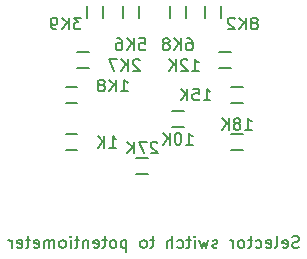
<source format=gbr>
%TF.GenerationSoftware,KiCad,Pcbnew,5.1.10*%
%TF.CreationDate,2022-02-19T21:26:53-05:00*%
%TF.ProjectId,selector_switch,73656c65-6374-46f7-925f-737769746368,rev?*%
%TF.SameCoordinates,Original*%
%TF.FileFunction,Legend,Bot*%
%TF.FilePolarity,Positive*%
%FSLAX46Y46*%
G04 Gerber Fmt 4.6, Leading zero omitted, Abs format (unit mm)*
G04 Created by KiCad (PCBNEW 5.1.10) date 2022-02-19 21:26:53*
%MOMM*%
%LPD*%
G01*
G04 APERTURE LIST*
%ADD10C,0.150000*%
G04 APERTURE END LIST*
D10*
X167261904Y-82904761D02*
X167119047Y-82952380D01*
X166880952Y-82952380D01*
X166785714Y-82904761D01*
X166738095Y-82857142D01*
X166690476Y-82761904D01*
X166690476Y-82666666D01*
X166738095Y-82571428D01*
X166785714Y-82523809D01*
X166880952Y-82476190D01*
X167071428Y-82428571D01*
X167166666Y-82380952D01*
X167214285Y-82333333D01*
X167261904Y-82238095D01*
X167261904Y-82142857D01*
X167214285Y-82047619D01*
X167166666Y-82000000D01*
X167071428Y-81952380D01*
X166833333Y-81952380D01*
X166690476Y-82000000D01*
X165880952Y-82904761D02*
X165976190Y-82952380D01*
X166166666Y-82952380D01*
X166261904Y-82904761D01*
X166309523Y-82809523D01*
X166309523Y-82428571D01*
X166261904Y-82333333D01*
X166166666Y-82285714D01*
X165976190Y-82285714D01*
X165880952Y-82333333D01*
X165833333Y-82428571D01*
X165833333Y-82523809D01*
X166309523Y-82619047D01*
X165261904Y-82952380D02*
X165357142Y-82904761D01*
X165404761Y-82809523D01*
X165404761Y-81952380D01*
X164500000Y-82904761D02*
X164595238Y-82952380D01*
X164785714Y-82952380D01*
X164880952Y-82904761D01*
X164928571Y-82809523D01*
X164928571Y-82428571D01*
X164880952Y-82333333D01*
X164785714Y-82285714D01*
X164595238Y-82285714D01*
X164500000Y-82333333D01*
X164452380Y-82428571D01*
X164452380Y-82523809D01*
X164928571Y-82619047D01*
X163595238Y-82904761D02*
X163690476Y-82952380D01*
X163880952Y-82952380D01*
X163976190Y-82904761D01*
X164023809Y-82857142D01*
X164071428Y-82761904D01*
X164071428Y-82476190D01*
X164023809Y-82380952D01*
X163976190Y-82333333D01*
X163880952Y-82285714D01*
X163690476Y-82285714D01*
X163595238Y-82333333D01*
X163309523Y-82285714D02*
X162928571Y-82285714D01*
X163166666Y-81952380D02*
X163166666Y-82809523D01*
X163119047Y-82904761D01*
X163023809Y-82952380D01*
X162928571Y-82952380D01*
X162452380Y-82952380D02*
X162547619Y-82904761D01*
X162595238Y-82857142D01*
X162642857Y-82761904D01*
X162642857Y-82476190D01*
X162595238Y-82380952D01*
X162547619Y-82333333D01*
X162452380Y-82285714D01*
X162309523Y-82285714D01*
X162214285Y-82333333D01*
X162166666Y-82380952D01*
X162119047Y-82476190D01*
X162119047Y-82761904D01*
X162166666Y-82857142D01*
X162214285Y-82904761D01*
X162309523Y-82952380D01*
X162452380Y-82952380D01*
X161690476Y-82952380D02*
X161690476Y-82285714D01*
X161690476Y-82476190D02*
X161642857Y-82380952D01*
X161595238Y-82333333D01*
X161500000Y-82285714D01*
X161404761Y-82285714D01*
X160357142Y-82904761D02*
X160261904Y-82952380D01*
X160071428Y-82952380D01*
X159976190Y-82904761D01*
X159928571Y-82809523D01*
X159928571Y-82761904D01*
X159976190Y-82666666D01*
X160071428Y-82619047D01*
X160214285Y-82619047D01*
X160309523Y-82571428D01*
X160357142Y-82476190D01*
X160357142Y-82428571D01*
X160309523Y-82333333D01*
X160214285Y-82285714D01*
X160071428Y-82285714D01*
X159976190Y-82333333D01*
X159595238Y-82285714D02*
X159404761Y-82952380D01*
X159214285Y-82476190D01*
X159023809Y-82952380D01*
X158833333Y-82285714D01*
X158452380Y-82952380D02*
X158452380Y-82285714D01*
X158452380Y-81952380D02*
X158500000Y-82000000D01*
X158452380Y-82047619D01*
X158404761Y-82000000D01*
X158452380Y-81952380D01*
X158452380Y-82047619D01*
X158119047Y-82285714D02*
X157738095Y-82285714D01*
X157976190Y-81952380D02*
X157976190Y-82809523D01*
X157928571Y-82904761D01*
X157833333Y-82952380D01*
X157738095Y-82952380D01*
X156976190Y-82904761D02*
X157071428Y-82952380D01*
X157261904Y-82952380D01*
X157357142Y-82904761D01*
X157404761Y-82857142D01*
X157452380Y-82761904D01*
X157452380Y-82476190D01*
X157404761Y-82380952D01*
X157357142Y-82333333D01*
X157261904Y-82285714D01*
X157071428Y-82285714D01*
X156976190Y-82333333D01*
X156547619Y-82952380D02*
X156547619Y-81952380D01*
X156119047Y-82952380D02*
X156119047Y-82428571D01*
X156166666Y-82333333D01*
X156261904Y-82285714D01*
X156404761Y-82285714D01*
X156500000Y-82333333D01*
X156547619Y-82380952D01*
X155023809Y-82285714D02*
X154642857Y-82285714D01*
X154880952Y-81952380D02*
X154880952Y-82809523D01*
X154833333Y-82904761D01*
X154738095Y-82952380D01*
X154642857Y-82952380D01*
X154166666Y-82952380D02*
X154261904Y-82904761D01*
X154309523Y-82857142D01*
X154357142Y-82761904D01*
X154357142Y-82476190D01*
X154309523Y-82380952D01*
X154261904Y-82333333D01*
X154166666Y-82285714D01*
X154023809Y-82285714D01*
X153928571Y-82333333D01*
X153880952Y-82380952D01*
X153833333Y-82476190D01*
X153833333Y-82761904D01*
X153880952Y-82857142D01*
X153928571Y-82904761D01*
X154023809Y-82952380D01*
X154166666Y-82952380D01*
X152642857Y-82285714D02*
X152642857Y-83285714D01*
X152642857Y-82333333D02*
X152547619Y-82285714D01*
X152357142Y-82285714D01*
X152261904Y-82333333D01*
X152214285Y-82380952D01*
X152166666Y-82476190D01*
X152166666Y-82761904D01*
X152214285Y-82857142D01*
X152261904Y-82904761D01*
X152357142Y-82952380D01*
X152547619Y-82952380D01*
X152642857Y-82904761D01*
X151595238Y-82952380D02*
X151690476Y-82904761D01*
X151738095Y-82857142D01*
X151785714Y-82761904D01*
X151785714Y-82476190D01*
X151738095Y-82380952D01*
X151690476Y-82333333D01*
X151595238Y-82285714D01*
X151452380Y-82285714D01*
X151357142Y-82333333D01*
X151309523Y-82380952D01*
X151261904Y-82476190D01*
X151261904Y-82761904D01*
X151309523Y-82857142D01*
X151357142Y-82904761D01*
X151452380Y-82952380D01*
X151595238Y-82952380D01*
X150976190Y-82285714D02*
X150595238Y-82285714D01*
X150833333Y-81952380D02*
X150833333Y-82809523D01*
X150785714Y-82904761D01*
X150690476Y-82952380D01*
X150595238Y-82952380D01*
X149880952Y-82904761D02*
X149976190Y-82952380D01*
X150166666Y-82952380D01*
X150261904Y-82904761D01*
X150309523Y-82809523D01*
X150309523Y-82428571D01*
X150261904Y-82333333D01*
X150166666Y-82285714D01*
X149976190Y-82285714D01*
X149880952Y-82333333D01*
X149833333Y-82428571D01*
X149833333Y-82523809D01*
X150309523Y-82619047D01*
X149404761Y-82285714D02*
X149404761Y-82952380D01*
X149404761Y-82380952D02*
X149357142Y-82333333D01*
X149261904Y-82285714D01*
X149119047Y-82285714D01*
X149023809Y-82333333D01*
X148976190Y-82428571D01*
X148976190Y-82952380D01*
X148642857Y-82285714D02*
X148261904Y-82285714D01*
X148500000Y-81952380D02*
X148500000Y-82809523D01*
X148452380Y-82904761D01*
X148357142Y-82952380D01*
X148261904Y-82952380D01*
X147928571Y-82952380D02*
X147928571Y-82285714D01*
X147928571Y-81952380D02*
X147976190Y-82000000D01*
X147928571Y-82047619D01*
X147880952Y-82000000D01*
X147928571Y-81952380D01*
X147928571Y-82047619D01*
X147309523Y-82952380D02*
X147404761Y-82904761D01*
X147452380Y-82857142D01*
X147500000Y-82761904D01*
X147500000Y-82476190D01*
X147452380Y-82380952D01*
X147404761Y-82333333D01*
X147309523Y-82285714D01*
X147166666Y-82285714D01*
X147071428Y-82333333D01*
X147023809Y-82380952D01*
X146976190Y-82476190D01*
X146976190Y-82761904D01*
X147023809Y-82857142D01*
X147071428Y-82904761D01*
X147166666Y-82952380D01*
X147309523Y-82952380D01*
X146547619Y-82952380D02*
X146547619Y-82285714D01*
X146547619Y-82380952D02*
X146500000Y-82333333D01*
X146404761Y-82285714D01*
X146261904Y-82285714D01*
X146166666Y-82333333D01*
X146119047Y-82428571D01*
X146119047Y-82952380D01*
X146119047Y-82428571D02*
X146071428Y-82333333D01*
X145976190Y-82285714D01*
X145833333Y-82285714D01*
X145738095Y-82333333D01*
X145690476Y-82428571D01*
X145690476Y-82952380D01*
X144833333Y-82904761D02*
X144928571Y-82952380D01*
X145119047Y-82952380D01*
X145214285Y-82904761D01*
X145261904Y-82809523D01*
X145261904Y-82428571D01*
X145214285Y-82333333D01*
X145119047Y-82285714D01*
X144928571Y-82285714D01*
X144833333Y-82333333D01*
X144785714Y-82428571D01*
X144785714Y-82523809D01*
X145261904Y-82619047D01*
X144500000Y-82285714D02*
X144119047Y-82285714D01*
X144357142Y-81952380D02*
X144357142Y-82809523D01*
X144309523Y-82904761D01*
X144214285Y-82952380D01*
X144119047Y-82952380D01*
X143404761Y-82904761D02*
X143500000Y-82952380D01*
X143690476Y-82952380D01*
X143785714Y-82904761D01*
X143833333Y-82809523D01*
X143833333Y-82428571D01*
X143785714Y-82333333D01*
X143690476Y-82285714D01*
X143500000Y-82285714D01*
X143404761Y-82333333D01*
X143357142Y-82428571D01*
X143357142Y-82523809D01*
X143833333Y-82619047D01*
X142928571Y-82952380D02*
X142928571Y-82285714D01*
X142928571Y-82476190D02*
X142880952Y-82380952D01*
X142833333Y-82333333D01*
X142738095Y-82285714D01*
X142642857Y-82285714D01*
%TO.C,R12*%
X153500000Y-76675000D02*
X154500000Y-76675000D01*
X154500000Y-75325000D02*
X153500000Y-75325000D01*
%TO.C,R11*%
X161500000Y-74675000D02*
X162500000Y-74675000D01*
X162500000Y-73325000D02*
X161500000Y-73325000D01*
%TO.C,R10*%
X161500000Y-70675000D02*
X162500000Y-70675000D01*
X162500000Y-69325000D02*
X161500000Y-69325000D01*
%TO.C,R9*%
X160500000Y-67675000D02*
X161500000Y-67675000D01*
X161500000Y-66325000D02*
X160500000Y-66325000D01*
%TO.C,R8*%
X160675000Y-63500000D02*
X160675000Y-62500000D01*
X159325000Y-62500000D02*
X159325000Y-63500000D01*
%TO.C,R7*%
X157675000Y-63500000D02*
X157675000Y-62500000D01*
X156325000Y-62500000D02*
X156325000Y-63500000D01*
%TO.C,R6*%
X153675000Y-63500000D02*
X153675000Y-62500000D01*
X152325000Y-62500000D02*
X152325000Y-63500000D01*
%TO.C,R5*%
X150675000Y-63500000D02*
X150675000Y-62500000D01*
X149325000Y-62500000D02*
X149325000Y-63500000D01*
%TO.C,R4*%
X149500000Y-66325000D02*
X148500000Y-66325000D01*
X148500000Y-67675000D02*
X149500000Y-67675000D01*
%TO.C,R3*%
X148500000Y-69325000D02*
X147500000Y-69325000D01*
X147500000Y-70675000D02*
X148500000Y-70675000D01*
%TO.C,R2*%
X148500000Y-73325000D02*
X147500000Y-73325000D01*
X147500000Y-74675000D02*
X148500000Y-74675000D01*
%TO.C,R1*%
X157500000Y-71325000D02*
X156500000Y-71325000D01*
X156500000Y-72675000D02*
X157500000Y-72675000D01*
%TO.C,R12*%
X155261904Y-74047619D02*
X155214285Y-74000000D01*
X155119047Y-73952380D01*
X154880952Y-73952380D01*
X154785714Y-74000000D01*
X154738095Y-74047619D01*
X154690476Y-74142857D01*
X154690476Y-74238095D01*
X154738095Y-74380952D01*
X155309523Y-74952380D01*
X154690476Y-74952380D01*
X154357142Y-73952380D02*
X153690476Y-73952380D01*
X154119047Y-74952380D01*
X153309523Y-74952380D02*
X153309523Y-73952380D01*
X152738095Y-74952380D02*
X153166666Y-74380952D01*
X152738095Y-73952380D02*
X153309523Y-74523809D01*
%TO.C,R11*%
X162690476Y-72952380D02*
X163261904Y-72952380D01*
X162976190Y-72952380D02*
X162976190Y-71952380D01*
X163071428Y-72095238D01*
X163166666Y-72190476D01*
X163261904Y-72238095D01*
X162119047Y-72380952D02*
X162214285Y-72333333D01*
X162261904Y-72285714D01*
X162309523Y-72190476D01*
X162309523Y-72142857D01*
X162261904Y-72047619D01*
X162214285Y-72000000D01*
X162119047Y-71952380D01*
X161928571Y-71952380D01*
X161833333Y-72000000D01*
X161785714Y-72047619D01*
X161738095Y-72142857D01*
X161738095Y-72190476D01*
X161785714Y-72285714D01*
X161833333Y-72333333D01*
X161928571Y-72380952D01*
X162119047Y-72380952D01*
X162214285Y-72428571D01*
X162261904Y-72476190D01*
X162309523Y-72571428D01*
X162309523Y-72761904D01*
X162261904Y-72857142D01*
X162214285Y-72904761D01*
X162119047Y-72952380D01*
X161928571Y-72952380D01*
X161833333Y-72904761D01*
X161785714Y-72857142D01*
X161738095Y-72761904D01*
X161738095Y-72571428D01*
X161785714Y-72476190D01*
X161833333Y-72428571D01*
X161928571Y-72380952D01*
X161309523Y-72952380D02*
X161309523Y-71952380D01*
X160738095Y-72952380D02*
X161166666Y-72380952D01*
X160738095Y-71952380D02*
X161309523Y-72523809D01*
%TO.C,R10*%
X159190476Y-70452380D02*
X159761904Y-70452380D01*
X159476190Y-70452380D02*
X159476190Y-69452380D01*
X159571428Y-69595238D01*
X159666666Y-69690476D01*
X159761904Y-69738095D01*
X158285714Y-69452380D02*
X158761904Y-69452380D01*
X158809523Y-69928571D01*
X158761904Y-69880952D01*
X158666666Y-69833333D01*
X158428571Y-69833333D01*
X158333333Y-69880952D01*
X158285714Y-69928571D01*
X158238095Y-70023809D01*
X158238095Y-70261904D01*
X158285714Y-70357142D01*
X158333333Y-70404761D01*
X158428571Y-70452380D01*
X158666666Y-70452380D01*
X158761904Y-70404761D01*
X158809523Y-70357142D01*
X157809523Y-70452380D02*
X157809523Y-69452380D01*
X157238095Y-70452380D02*
X157666666Y-69880952D01*
X157238095Y-69452380D02*
X157809523Y-70023809D01*
%TO.C,R9*%
X158190476Y-67952380D02*
X158761904Y-67952380D01*
X158476190Y-67952380D02*
X158476190Y-66952380D01*
X158571428Y-67095238D01*
X158666666Y-67190476D01*
X158761904Y-67238095D01*
X157809523Y-67047619D02*
X157761904Y-67000000D01*
X157666666Y-66952380D01*
X157428571Y-66952380D01*
X157333333Y-67000000D01*
X157285714Y-67047619D01*
X157238095Y-67142857D01*
X157238095Y-67238095D01*
X157285714Y-67380952D01*
X157857142Y-67952380D01*
X157238095Y-67952380D01*
X156809523Y-67952380D02*
X156809523Y-66952380D01*
X156238095Y-67952380D02*
X156666666Y-67380952D01*
X156238095Y-66952380D02*
X156809523Y-67523809D01*
%TO.C,R8*%
X163571428Y-63880952D02*
X163666666Y-63833333D01*
X163714285Y-63785714D01*
X163761904Y-63690476D01*
X163761904Y-63642857D01*
X163714285Y-63547619D01*
X163666666Y-63500000D01*
X163571428Y-63452380D01*
X163380952Y-63452380D01*
X163285714Y-63500000D01*
X163238095Y-63547619D01*
X163190476Y-63642857D01*
X163190476Y-63690476D01*
X163238095Y-63785714D01*
X163285714Y-63833333D01*
X163380952Y-63880952D01*
X163571428Y-63880952D01*
X163666666Y-63928571D01*
X163714285Y-63976190D01*
X163761904Y-64071428D01*
X163761904Y-64261904D01*
X163714285Y-64357142D01*
X163666666Y-64404761D01*
X163571428Y-64452380D01*
X163380952Y-64452380D01*
X163285714Y-64404761D01*
X163238095Y-64357142D01*
X163190476Y-64261904D01*
X163190476Y-64071428D01*
X163238095Y-63976190D01*
X163285714Y-63928571D01*
X163380952Y-63880952D01*
X162761904Y-64452380D02*
X162761904Y-63452380D01*
X162190476Y-64452380D02*
X162619047Y-63880952D01*
X162190476Y-63452380D02*
X162761904Y-64023809D01*
X161809523Y-63547619D02*
X161761904Y-63500000D01*
X161666666Y-63452380D01*
X161428571Y-63452380D01*
X161333333Y-63500000D01*
X161285714Y-63547619D01*
X161238095Y-63642857D01*
X161238095Y-63738095D01*
X161285714Y-63880952D01*
X161857142Y-64452380D01*
X161238095Y-64452380D01*
%TO.C,R7*%
X157785714Y-65202380D02*
X157976190Y-65202380D01*
X158071428Y-65250000D01*
X158119047Y-65297619D01*
X158214285Y-65440476D01*
X158261904Y-65630952D01*
X158261904Y-66011904D01*
X158214285Y-66107142D01*
X158166666Y-66154761D01*
X158071428Y-66202380D01*
X157880952Y-66202380D01*
X157785714Y-66154761D01*
X157738095Y-66107142D01*
X157690476Y-66011904D01*
X157690476Y-65773809D01*
X157738095Y-65678571D01*
X157785714Y-65630952D01*
X157880952Y-65583333D01*
X158071428Y-65583333D01*
X158166666Y-65630952D01*
X158214285Y-65678571D01*
X158261904Y-65773809D01*
X157261904Y-66202380D02*
X157261904Y-65202380D01*
X156690476Y-66202380D02*
X157119047Y-65630952D01*
X156690476Y-65202380D02*
X157261904Y-65773809D01*
X156119047Y-65630952D02*
X156214285Y-65583333D01*
X156261904Y-65535714D01*
X156309523Y-65440476D01*
X156309523Y-65392857D01*
X156261904Y-65297619D01*
X156214285Y-65250000D01*
X156119047Y-65202380D01*
X155928571Y-65202380D01*
X155833333Y-65250000D01*
X155785714Y-65297619D01*
X155738095Y-65392857D01*
X155738095Y-65440476D01*
X155785714Y-65535714D01*
X155833333Y-65583333D01*
X155928571Y-65630952D01*
X156119047Y-65630952D01*
X156214285Y-65678571D01*
X156261904Y-65726190D01*
X156309523Y-65821428D01*
X156309523Y-66011904D01*
X156261904Y-66107142D01*
X156214285Y-66154761D01*
X156119047Y-66202380D01*
X155928571Y-66202380D01*
X155833333Y-66154761D01*
X155785714Y-66107142D01*
X155738095Y-66011904D01*
X155738095Y-65821428D01*
X155785714Y-65726190D01*
X155833333Y-65678571D01*
X155928571Y-65630952D01*
%TO.C,R6*%
X153738095Y-65202380D02*
X154214285Y-65202380D01*
X154261904Y-65678571D01*
X154214285Y-65630952D01*
X154119047Y-65583333D01*
X153880952Y-65583333D01*
X153785714Y-65630952D01*
X153738095Y-65678571D01*
X153690476Y-65773809D01*
X153690476Y-66011904D01*
X153738095Y-66107142D01*
X153785714Y-66154761D01*
X153880952Y-66202380D01*
X154119047Y-66202380D01*
X154214285Y-66154761D01*
X154261904Y-66107142D01*
X153261904Y-66202380D02*
X153261904Y-65202380D01*
X152690476Y-66202380D02*
X153119047Y-65630952D01*
X152690476Y-65202380D02*
X153261904Y-65773809D01*
X151833333Y-65202380D02*
X152023809Y-65202380D01*
X152119047Y-65250000D01*
X152166666Y-65297619D01*
X152261904Y-65440476D01*
X152309523Y-65630952D01*
X152309523Y-66011904D01*
X152261904Y-66107142D01*
X152214285Y-66154761D01*
X152119047Y-66202380D01*
X151928571Y-66202380D01*
X151833333Y-66154761D01*
X151785714Y-66107142D01*
X151738095Y-66011904D01*
X151738095Y-65773809D01*
X151785714Y-65678571D01*
X151833333Y-65630952D01*
X151928571Y-65583333D01*
X152119047Y-65583333D01*
X152214285Y-65630952D01*
X152261904Y-65678571D01*
X152309523Y-65773809D01*
%TO.C,R5*%
X148809523Y-63452380D02*
X148190476Y-63452380D01*
X148523809Y-63833333D01*
X148380952Y-63833333D01*
X148285714Y-63880952D01*
X148238095Y-63928571D01*
X148190476Y-64023809D01*
X148190476Y-64261904D01*
X148238095Y-64357142D01*
X148285714Y-64404761D01*
X148380952Y-64452380D01*
X148666666Y-64452380D01*
X148761904Y-64404761D01*
X148809523Y-64357142D01*
X147761904Y-64452380D02*
X147761904Y-63452380D01*
X147190476Y-64452380D02*
X147619047Y-63880952D01*
X147190476Y-63452380D02*
X147761904Y-64023809D01*
X146714285Y-64452380D02*
X146523809Y-64452380D01*
X146428571Y-64404761D01*
X146380952Y-64357142D01*
X146285714Y-64214285D01*
X146238095Y-64023809D01*
X146238095Y-63642857D01*
X146285714Y-63547619D01*
X146333333Y-63500000D01*
X146428571Y-63452380D01*
X146619047Y-63452380D01*
X146714285Y-63500000D01*
X146761904Y-63547619D01*
X146809523Y-63642857D01*
X146809523Y-63880952D01*
X146761904Y-63976190D01*
X146714285Y-64023809D01*
X146619047Y-64071428D01*
X146428571Y-64071428D01*
X146333333Y-64023809D01*
X146285714Y-63976190D01*
X146238095Y-63880952D01*
%TO.C,R4*%
X153761904Y-67047619D02*
X153714285Y-67000000D01*
X153619047Y-66952380D01*
X153380952Y-66952380D01*
X153285714Y-67000000D01*
X153238095Y-67047619D01*
X153190476Y-67142857D01*
X153190476Y-67238095D01*
X153238095Y-67380952D01*
X153809523Y-67952380D01*
X153190476Y-67952380D01*
X152761904Y-67952380D02*
X152761904Y-66952380D01*
X152190476Y-67952380D02*
X152619047Y-67380952D01*
X152190476Y-66952380D02*
X152761904Y-67523809D01*
X151857142Y-66952380D02*
X151190476Y-66952380D01*
X151619047Y-67952380D01*
%TO.C,R3*%
X152190476Y-69702380D02*
X152761904Y-69702380D01*
X152476190Y-69702380D02*
X152476190Y-68702380D01*
X152571428Y-68845238D01*
X152666666Y-68940476D01*
X152761904Y-68988095D01*
X151761904Y-69702380D02*
X151761904Y-68702380D01*
X151190476Y-69702380D02*
X151619047Y-69130952D01*
X151190476Y-68702380D02*
X151761904Y-69273809D01*
X150619047Y-69130952D02*
X150714285Y-69083333D01*
X150761904Y-69035714D01*
X150809523Y-68940476D01*
X150809523Y-68892857D01*
X150761904Y-68797619D01*
X150714285Y-68750000D01*
X150619047Y-68702380D01*
X150428571Y-68702380D01*
X150333333Y-68750000D01*
X150285714Y-68797619D01*
X150238095Y-68892857D01*
X150238095Y-68940476D01*
X150285714Y-69035714D01*
X150333333Y-69083333D01*
X150428571Y-69130952D01*
X150619047Y-69130952D01*
X150714285Y-69178571D01*
X150761904Y-69226190D01*
X150809523Y-69321428D01*
X150809523Y-69511904D01*
X150761904Y-69607142D01*
X150714285Y-69654761D01*
X150619047Y-69702380D01*
X150428571Y-69702380D01*
X150333333Y-69654761D01*
X150285714Y-69607142D01*
X150238095Y-69511904D01*
X150238095Y-69321428D01*
X150285714Y-69226190D01*
X150333333Y-69178571D01*
X150428571Y-69130952D01*
%TO.C,R2*%
X151214285Y-74452380D02*
X151785714Y-74452380D01*
X151500000Y-74452380D02*
X151500000Y-73452380D01*
X151595238Y-73595238D01*
X151690476Y-73690476D01*
X151785714Y-73738095D01*
X150785714Y-74452380D02*
X150785714Y-73452380D01*
X150214285Y-74452380D02*
X150642857Y-73880952D01*
X150214285Y-73452380D02*
X150785714Y-74023809D01*
%TO.C,R1*%
X157690476Y-74202380D02*
X158261904Y-74202380D01*
X157976190Y-74202380D02*
X157976190Y-73202380D01*
X158071428Y-73345238D01*
X158166666Y-73440476D01*
X158261904Y-73488095D01*
X157071428Y-73202380D02*
X156976190Y-73202380D01*
X156880952Y-73250000D01*
X156833333Y-73297619D01*
X156785714Y-73392857D01*
X156738095Y-73583333D01*
X156738095Y-73821428D01*
X156785714Y-74011904D01*
X156833333Y-74107142D01*
X156880952Y-74154761D01*
X156976190Y-74202380D01*
X157071428Y-74202380D01*
X157166666Y-74154761D01*
X157214285Y-74107142D01*
X157261904Y-74011904D01*
X157309523Y-73821428D01*
X157309523Y-73583333D01*
X157261904Y-73392857D01*
X157214285Y-73297619D01*
X157166666Y-73250000D01*
X157071428Y-73202380D01*
X156309523Y-74202380D02*
X156309523Y-73202380D01*
X155738095Y-74202380D02*
X156166666Y-73630952D01*
X155738095Y-73202380D02*
X156309523Y-73773809D01*
%TD*%
M02*

</source>
